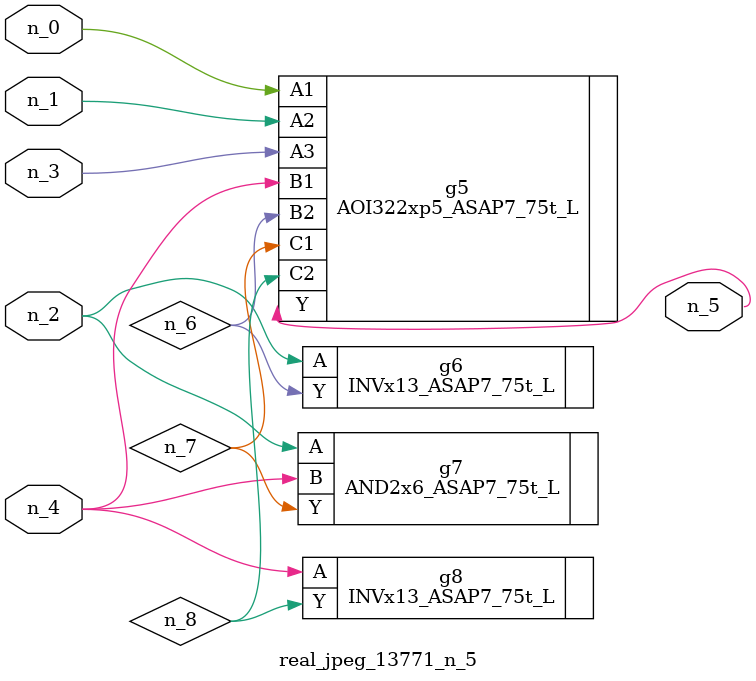
<source format=v>
module real_jpeg_13771_n_5 (n_4, n_0, n_1, n_2, n_3, n_5);

input n_4;
input n_0;
input n_1;
input n_2;
input n_3;

output n_5;

wire n_8;
wire n_6;
wire n_7;

AOI322xp5_ASAP7_75t_L g5 ( 
.A1(n_0),
.A2(n_1),
.A3(n_3),
.B1(n_4),
.B2(n_6),
.C1(n_7),
.C2(n_8),
.Y(n_5)
);

INVx13_ASAP7_75t_L g6 ( 
.A(n_2),
.Y(n_6)
);

AND2x6_ASAP7_75t_L g7 ( 
.A(n_2),
.B(n_4),
.Y(n_7)
);

INVx13_ASAP7_75t_L g8 ( 
.A(n_4),
.Y(n_8)
);


endmodule
</source>
